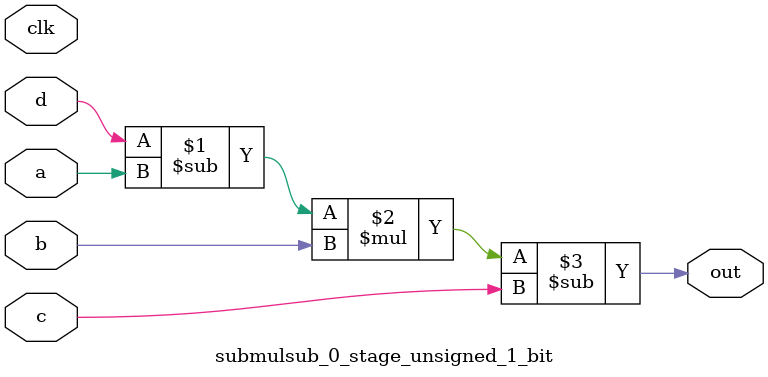
<source format=sv>
(* use_dsp = "yes" *) module submulsub_0_stage_unsigned_1_bit(
	input  [0:0] a,
	input  [0:0] b,
	input  [0:0] c,
	input  [0:0] d,
	output [0:0] out,
	input clk);

	assign out = ((d - a) * b) - c;
endmodule

</source>
